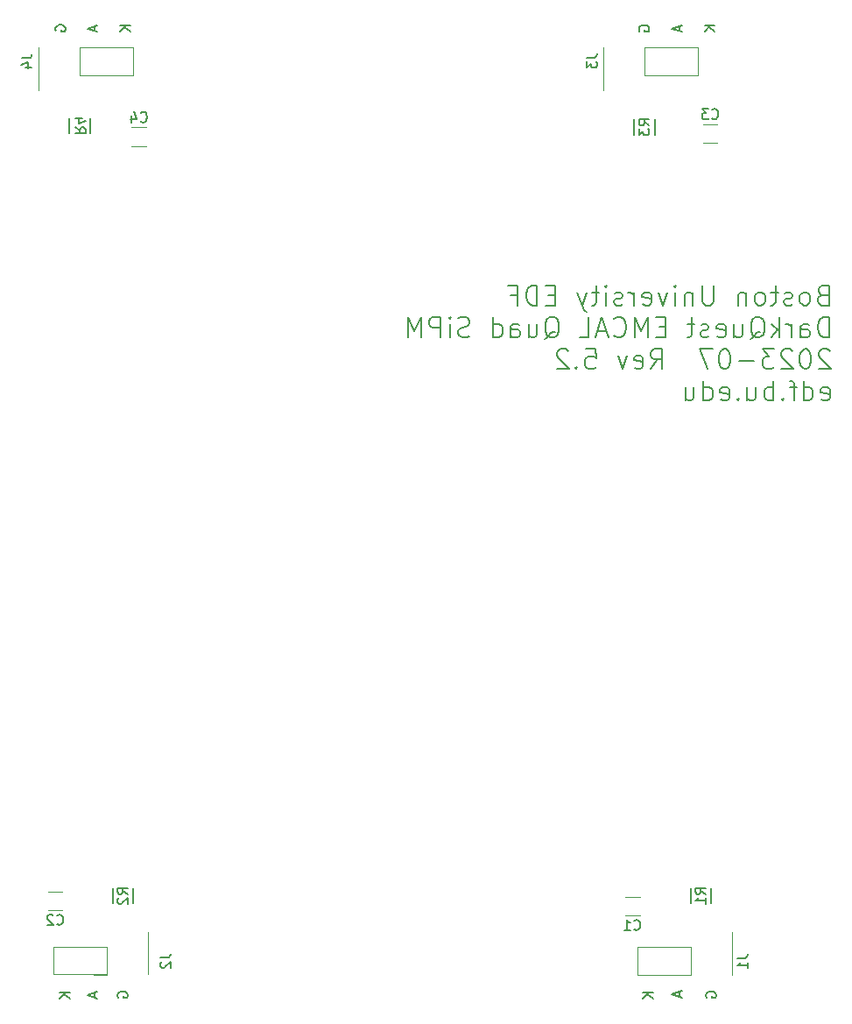
<source format=gbr>
%TF.GenerationSoftware,KiCad,Pcbnew,7.0.5-0*%
%TF.CreationDate,2023-07-05T09:37:03-04:00*%
%TF.ProjectId,quad_sipm,71756164-5f73-4697-906d-2e6b69636164,rev?*%
%TF.SameCoordinates,Original*%
%TF.FileFunction,Legend,Bot*%
%TF.FilePolarity,Positive*%
%FSLAX46Y46*%
G04 Gerber Fmt 4.6, Leading zero omitted, Abs format (unit mm)*
G04 Created by KiCad (PCBNEW 7.0.5-0) date 2023-07-05 09:37:03*
%MOMM*%
%LPD*%
G01*
G04 APERTURE LIST*
%ADD10C,0.150000*%
%ADD11C,0.203200*%
%ADD12C,0.120000*%
%ADD13C,0.152400*%
G04 APERTURE END LIST*
D10*
X124597438Y-53601904D02*
X124549819Y-53506666D01*
X124549819Y-53506666D02*
X124549819Y-53363809D01*
X124549819Y-53363809D02*
X124597438Y-53220952D01*
X124597438Y-53220952D02*
X124692676Y-53125714D01*
X124692676Y-53125714D02*
X124787914Y-53078095D01*
X124787914Y-53078095D02*
X124978390Y-53030476D01*
X124978390Y-53030476D02*
X125121247Y-53030476D01*
X125121247Y-53030476D02*
X125311723Y-53078095D01*
X125311723Y-53078095D02*
X125406961Y-53125714D01*
X125406961Y-53125714D02*
X125502200Y-53220952D01*
X125502200Y-53220952D02*
X125549819Y-53363809D01*
X125549819Y-53363809D02*
X125549819Y-53459047D01*
X125549819Y-53459047D02*
X125502200Y-53601904D01*
X125502200Y-53601904D02*
X125454580Y-53649523D01*
X125454580Y-53649523D02*
X125121247Y-53649523D01*
X125121247Y-53649523D02*
X125121247Y-53459047D01*
X131899819Y-53078095D02*
X130899819Y-53078095D01*
X131899819Y-53649523D02*
X131328390Y-53220952D01*
X130899819Y-53649523D02*
X131471247Y-53078095D01*
X128439104Y-53101905D02*
X128439104Y-53578095D01*
X128724819Y-53006667D02*
X127724819Y-53340000D01*
X127724819Y-53340000D02*
X128724819Y-53673333D01*
X74178438Y-146983220D02*
X74130819Y-146887982D01*
X74130819Y-146887982D02*
X74130819Y-146745125D01*
X74130819Y-146745125D02*
X74178438Y-146602268D01*
X74178438Y-146602268D02*
X74273676Y-146507030D01*
X74273676Y-146507030D02*
X74368914Y-146459411D01*
X74368914Y-146459411D02*
X74559390Y-146411792D01*
X74559390Y-146411792D02*
X74702247Y-146411792D01*
X74702247Y-146411792D02*
X74892723Y-146459411D01*
X74892723Y-146459411D02*
X74987961Y-146507030D01*
X74987961Y-146507030D02*
X75083200Y-146602268D01*
X75083200Y-146602268D02*
X75130819Y-146745125D01*
X75130819Y-146745125D02*
X75130819Y-146840363D01*
X75130819Y-146840363D02*
X75083200Y-146983220D01*
X75083200Y-146983220D02*
X75035580Y-147030839D01*
X75035580Y-147030839D02*
X74702247Y-147030839D01*
X74702247Y-147030839D02*
X74702247Y-146840363D01*
X71924104Y-146554649D02*
X71924104Y-147030839D01*
X72209819Y-146459411D02*
X71209819Y-146792744D01*
X71209819Y-146792744D02*
X72209819Y-147126077D01*
X75384819Y-53078095D02*
X74384819Y-53078095D01*
X75384819Y-53649523D02*
X74813390Y-53220952D01*
X74384819Y-53649523D02*
X74956247Y-53078095D01*
X71924104Y-53101905D02*
X71924104Y-53578095D01*
X72209819Y-53006667D02*
X71209819Y-53340000D01*
X71209819Y-53340000D02*
X72209819Y-53673333D01*
X69542819Y-146550095D02*
X68542819Y-146550095D01*
X69542819Y-147121523D02*
X68971390Y-146692952D01*
X68542819Y-147121523D02*
X69114247Y-146550095D01*
X128439104Y-146446905D02*
X128439104Y-146923095D01*
X128724819Y-146351667D02*
X127724819Y-146685000D01*
X127724819Y-146685000D02*
X128724819Y-147018333D01*
X131074438Y-146983220D02*
X131026819Y-146887982D01*
X131026819Y-146887982D02*
X131026819Y-146745125D01*
X131026819Y-146745125D02*
X131074438Y-146602268D01*
X131074438Y-146602268D02*
X131169676Y-146507030D01*
X131169676Y-146507030D02*
X131264914Y-146459411D01*
X131264914Y-146459411D02*
X131455390Y-146411792D01*
X131455390Y-146411792D02*
X131598247Y-146411792D01*
X131598247Y-146411792D02*
X131788723Y-146459411D01*
X131788723Y-146459411D02*
X131883961Y-146507030D01*
X131883961Y-146507030D02*
X131979200Y-146602268D01*
X131979200Y-146602268D02*
X132026819Y-146745125D01*
X132026819Y-146745125D02*
X132026819Y-146840363D01*
X132026819Y-146840363D02*
X131979200Y-146983220D01*
X131979200Y-146983220D02*
X131931580Y-147030839D01*
X131931580Y-147030839D02*
X131598247Y-147030839D01*
X131598247Y-147030839D02*
X131598247Y-146840363D01*
X125930819Y-146550095D02*
X124930819Y-146550095D01*
X125930819Y-147121523D02*
X125359390Y-146692952D01*
X124930819Y-147121523D02*
X125502247Y-146550095D01*
D11*
X142287744Y-79092290D02*
X142015601Y-79183004D01*
X142015601Y-79183004D02*
X141924887Y-79273718D01*
X141924887Y-79273718D02*
X141834173Y-79455147D01*
X141834173Y-79455147D02*
X141834173Y-79727290D01*
X141834173Y-79727290D02*
X141924887Y-79908718D01*
X141924887Y-79908718D02*
X142015601Y-79999433D01*
X142015601Y-79999433D02*
X142197030Y-80090147D01*
X142197030Y-80090147D02*
X142922744Y-80090147D01*
X142922744Y-80090147D02*
X142922744Y-78185147D01*
X142922744Y-78185147D02*
X142287744Y-78185147D01*
X142287744Y-78185147D02*
X142106316Y-78275861D01*
X142106316Y-78275861D02*
X142015601Y-78366575D01*
X142015601Y-78366575D02*
X141924887Y-78548004D01*
X141924887Y-78548004D02*
X141924887Y-78729433D01*
X141924887Y-78729433D02*
X142015601Y-78910861D01*
X142015601Y-78910861D02*
X142106316Y-79001575D01*
X142106316Y-79001575D02*
X142287744Y-79092290D01*
X142287744Y-79092290D02*
X142922744Y-79092290D01*
X140745601Y-80090147D02*
X140927030Y-79999433D01*
X140927030Y-79999433D02*
X141017744Y-79908718D01*
X141017744Y-79908718D02*
X141108458Y-79727290D01*
X141108458Y-79727290D02*
X141108458Y-79183004D01*
X141108458Y-79183004D02*
X141017744Y-79001575D01*
X141017744Y-79001575D02*
X140927030Y-78910861D01*
X140927030Y-78910861D02*
X140745601Y-78820147D01*
X140745601Y-78820147D02*
X140473458Y-78820147D01*
X140473458Y-78820147D02*
X140292030Y-78910861D01*
X140292030Y-78910861D02*
X140201316Y-79001575D01*
X140201316Y-79001575D02*
X140110601Y-79183004D01*
X140110601Y-79183004D02*
X140110601Y-79727290D01*
X140110601Y-79727290D02*
X140201316Y-79908718D01*
X140201316Y-79908718D02*
X140292030Y-79999433D01*
X140292030Y-79999433D02*
X140473458Y-80090147D01*
X140473458Y-80090147D02*
X140745601Y-80090147D01*
X139384887Y-79999433D02*
X139203459Y-80090147D01*
X139203459Y-80090147D02*
X138840602Y-80090147D01*
X138840602Y-80090147D02*
X138659173Y-79999433D01*
X138659173Y-79999433D02*
X138568459Y-79818004D01*
X138568459Y-79818004D02*
X138568459Y-79727290D01*
X138568459Y-79727290D02*
X138659173Y-79545861D01*
X138659173Y-79545861D02*
X138840602Y-79455147D01*
X138840602Y-79455147D02*
X139112745Y-79455147D01*
X139112745Y-79455147D02*
X139294173Y-79364433D01*
X139294173Y-79364433D02*
X139384887Y-79183004D01*
X139384887Y-79183004D02*
X139384887Y-79092290D01*
X139384887Y-79092290D02*
X139294173Y-78910861D01*
X139294173Y-78910861D02*
X139112745Y-78820147D01*
X139112745Y-78820147D02*
X138840602Y-78820147D01*
X138840602Y-78820147D02*
X138659173Y-78910861D01*
X138024173Y-78820147D02*
X137298459Y-78820147D01*
X137752030Y-78185147D02*
X137752030Y-79818004D01*
X137752030Y-79818004D02*
X137661316Y-79999433D01*
X137661316Y-79999433D02*
X137479887Y-80090147D01*
X137479887Y-80090147D02*
X137298459Y-80090147D01*
X136391316Y-80090147D02*
X136572745Y-79999433D01*
X136572745Y-79999433D02*
X136663459Y-79908718D01*
X136663459Y-79908718D02*
X136754173Y-79727290D01*
X136754173Y-79727290D02*
X136754173Y-79183004D01*
X136754173Y-79183004D02*
X136663459Y-79001575D01*
X136663459Y-79001575D02*
X136572745Y-78910861D01*
X136572745Y-78910861D02*
X136391316Y-78820147D01*
X136391316Y-78820147D02*
X136119173Y-78820147D01*
X136119173Y-78820147D02*
X135937745Y-78910861D01*
X135937745Y-78910861D02*
X135847031Y-79001575D01*
X135847031Y-79001575D02*
X135756316Y-79183004D01*
X135756316Y-79183004D02*
X135756316Y-79727290D01*
X135756316Y-79727290D02*
X135847031Y-79908718D01*
X135847031Y-79908718D02*
X135937745Y-79999433D01*
X135937745Y-79999433D02*
X136119173Y-80090147D01*
X136119173Y-80090147D02*
X136391316Y-80090147D01*
X134939888Y-78820147D02*
X134939888Y-80090147D01*
X134939888Y-79001575D02*
X134849174Y-78910861D01*
X134849174Y-78910861D02*
X134667745Y-78820147D01*
X134667745Y-78820147D02*
X134395602Y-78820147D01*
X134395602Y-78820147D02*
X134214174Y-78910861D01*
X134214174Y-78910861D02*
X134123460Y-79092290D01*
X134123460Y-79092290D02*
X134123460Y-80090147D01*
X131764888Y-78185147D02*
X131764888Y-79727290D01*
X131764888Y-79727290D02*
X131674174Y-79908718D01*
X131674174Y-79908718D02*
X131583460Y-79999433D01*
X131583460Y-79999433D02*
X131402031Y-80090147D01*
X131402031Y-80090147D02*
X131039174Y-80090147D01*
X131039174Y-80090147D02*
X130857745Y-79999433D01*
X130857745Y-79999433D02*
X130767031Y-79908718D01*
X130767031Y-79908718D02*
X130676317Y-79727290D01*
X130676317Y-79727290D02*
X130676317Y-78185147D01*
X129769174Y-78820147D02*
X129769174Y-80090147D01*
X129769174Y-79001575D02*
X129678460Y-78910861D01*
X129678460Y-78910861D02*
X129497031Y-78820147D01*
X129497031Y-78820147D02*
X129224888Y-78820147D01*
X129224888Y-78820147D02*
X129043460Y-78910861D01*
X129043460Y-78910861D02*
X128952746Y-79092290D01*
X128952746Y-79092290D02*
X128952746Y-80090147D01*
X128045603Y-80090147D02*
X128045603Y-78820147D01*
X128045603Y-78185147D02*
X128136317Y-78275861D01*
X128136317Y-78275861D02*
X128045603Y-78366575D01*
X128045603Y-78366575D02*
X127954889Y-78275861D01*
X127954889Y-78275861D02*
X128045603Y-78185147D01*
X128045603Y-78185147D02*
X128045603Y-78366575D01*
X127319889Y-78820147D02*
X126866317Y-80090147D01*
X126866317Y-80090147D02*
X126412746Y-78820147D01*
X124961317Y-79999433D02*
X125142745Y-80090147D01*
X125142745Y-80090147D02*
X125505603Y-80090147D01*
X125505603Y-80090147D02*
X125687031Y-79999433D01*
X125687031Y-79999433D02*
X125777745Y-79818004D01*
X125777745Y-79818004D02*
X125777745Y-79092290D01*
X125777745Y-79092290D02*
X125687031Y-78910861D01*
X125687031Y-78910861D02*
X125505603Y-78820147D01*
X125505603Y-78820147D02*
X125142745Y-78820147D01*
X125142745Y-78820147D02*
X124961317Y-78910861D01*
X124961317Y-78910861D02*
X124870603Y-79092290D01*
X124870603Y-79092290D02*
X124870603Y-79273718D01*
X124870603Y-79273718D02*
X125777745Y-79455147D01*
X124054174Y-80090147D02*
X124054174Y-78820147D01*
X124054174Y-79183004D02*
X123963460Y-79001575D01*
X123963460Y-79001575D02*
X123872746Y-78910861D01*
X123872746Y-78910861D02*
X123691317Y-78820147D01*
X123691317Y-78820147D02*
X123509888Y-78820147D01*
X122965602Y-79999433D02*
X122784174Y-80090147D01*
X122784174Y-80090147D02*
X122421317Y-80090147D01*
X122421317Y-80090147D02*
X122239888Y-79999433D01*
X122239888Y-79999433D02*
X122149174Y-79818004D01*
X122149174Y-79818004D02*
X122149174Y-79727290D01*
X122149174Y-79727290D02*
X122239888Y-79545861D01*
X122239888Y-79545861D02*
X122421317Y-79455147D01*
X122421317Y-79455147D02*
X122693460Y-79455147D01*
X122693460Y-79455147D02*
X122874888Y-79364433D01*
X122874888Y-79364433D02*
X122965602Y-79183004D01*
X122965602Y-79183004D02*
X122965602Y-79092290D01*
X122965602Y-79092290D02*
X122874888Y-78910861D01*
X122874888Y-78910861D02*
X122693460Y-78820147D01*
X122693460Y-78820147D02*
X122421317Y-78820147D01*
X122421317Y-78820147D02*
X122239888Y-78910861D01*
X121332745Y-80090147D02*
X121332745Y-78820147D01*
X121332745Y-78185147D02*
X121423459Y-78275861D01*
X121423459Y-78275861D02*
X121332745Y-78366575D01*
X121332745Y-78366575D02*
X121242031Y-78275861D01*
X121242031Y-78275861D02*
X121332745Y-78185147D01*
X121332745Y-78185147D02*
X121332745Y-78366575D01*
X120697745Y-78820147D02*
X119972031Y-78820147D01*
X120425602Y-78185147D02*
X120425602Y-79818004D01*
X120425602Y-79818004D02*
X120334888Y-79999433D01*
X120334888Y-79999433D02*
X120153459Y-80090147D01*
X120153459Y-80090147D02*
X119972031Y-80090147D01*
X119518460Y-78820147D02*
X119064888Y-80090147D01*
X118611317Y-78820147D02*
X119064888Y-80090147D01*
X119064888Y-80090147D02*
X119246317Y-80543718D01*
X119246317Y-80543718D02*
X119337031Y-80634433D01*
X119337031Y-80634433D02*
X119518460Y-80725147D01*
X116434173Y-79092290D02*
X115799173Y-79092290D01*
X115527030Y-80090147D02*
X116434173Y-80090147D01*
X116434173Y-80090147D02*
X116434173Y-78185147D01*
X116434173Y-78185147D02*
X115527030Y-78185147D01*
X114710602Y-80090147D02*
X114710602Y-78185147D01*
X114710602Y-78185147D02*
X114257031Y-78185147D01*
X114257031Y-78185147D02*
X113984888Y-78275861D01*
X113984888Y-78275861D02*
X113803459Y-78457290D01*
X113803459Y-78457290D02*
X113712745Y-78638718D01*
X113712745Y-78638718D02*
X113622031Y-79001575D01*
X113622031Y-79001575D02*
X113622031Y-79273718D01*
X113622031Y-79273718D02*
X113712745Y-79636575D01*
X113712745Y-79636575D02*
X113803459Y-79818004D01*
X113803459Y-79818004D02*
X113984888Y-79999433D01*
X113984888Y-79999433D02*
X114257031Y-80090147D01*
X114257031Y-80090147D02*
X114710602Y-80090147D01*
X112170602Y-79092290D02*
X112805602Y-79092290D01*
X112805602Y-80090147D02*
X112805602Y-78185147D01*
X112805602Y-78185147D02*
X111898459Y-78185147D01*
X142922744Y-83157197D02*
X142922744Y-81252197D01*
X142922744Y-81252197D02*
X142469173Y-81252197D01*
X142469173Y-81252197D02*
X142197030Y-81342911D01*
X142197030Y-81342911D02*
X142015601Y-81524340D01*
X142015601Y-81524340D02*
X141924887Y-81705768D01*
X141924887Y-81705768D02*
X141834173Y-82068625D01*
X141834173Y-82068625D02*
X141834173Y-82340768D01*
X141834173Y-82340768D02*
X141924887Y-82703625D01*
X141924887Y-82703625D02*
X142015601Y-82885054D01*
X142015601Y-82885054D02*
X142197030Y-83066483D01*
X142197030Y-83066483D02*
X142469173Y-83157197D01*
X142469173Y-83157197D02*
X142922744Y-83157197D01*
X140201316Y-83157197D02*
X140201316Y-82159340D01*
X140201316Y-82159340D02*
X140292030Y-81977911D01*
X140292030Y-81977911D02*
X140473458Y-81887197D01*
X140473458Y-81887197D02*
X140836316Y-81887197D01*
X140836316Y-81887197D02*
X141017744Y-81977911D01*
X140201316Y-83066483D02*
X140382744Y-83157197D01*
X140382744Y-83157197D02*
X140836316Y-83157197D01*
X140836316Y-83157197D02*
X141017744Y-83066483D01*
X141017744Y-83066483D02*
X141108458Y-82885054D01*
X141108458Y-82885054D02*
X141108458Y-82703625D01*
X141108458Y-82703625D02*
X141017744Y-82522197D01*
X141017744Y-82522197D02*
X140836316Y-82431483D01*
X140836316Y-82431483D02*
X140382744Y-82431483D01*
X140382744Y-82431483D02*
X140201316Y-82340768D01*
X139294173Y-83157197D02*
X139294173Y-81887197D01*
X139294173Y-82250054D02*
X139203459Y-82068625D01*
X139203459Y-82068625D02*
X139112745Y-81977911D01*
X139112745Y-81977911D02*
X138931316Y-81887197D01*
X138931316Y-81887197D02*
X138749887Y-81887197D01*
X138114887Y-83157197D02*
X138114887Y-81252197D01*
X137933459Y-82431483D02*
X137389173Y-83157197D01*
X137389173Y-81887197D02*
X138114887Y-82612911D01*
X135302744Y-83338625D02*
X135484173Y-83247911D01*
X135484173Y-83247911D02*
X135665601Y-83066483D01*
X135665601Y-83066483D02*
X135937744Y-82794340D01*
X135937744Y-82794340D02*
X136119173Y-82703625D01*
X136119173Y-82703625D02*
X136300601Y-82703625D01*
X136209887Y-83157197D02*
X136391316Y-83066483D01*
X136391316Y-83066483D02*
X136572744Y-82885054D01*
X136572744Y-82885054D02*
X136663458Y-82522197D01*
X136663458Y-82522197D02*
X136663458Y-81887197D01*
X136663458Y-81887197D02*
X136572744Y-81524340D01*
X136572744Y-81524340D02*
X136391316Y-81342911D01*
X136391316Y-81342911D02*
X136209887Y-81252197D01*
X136209887Y-81252197D02*
X135847030Y-81252197D01*
X135847030Y-81252197D02*
X135665601Y-81342911D01*
X135665601Y-81342911D02*
X135484173Y-81524340D01*
X135484173Y-81524340D02*
X135393458Y-81887197D01*
X135393458Y-81887197D02*
X135393458Y-82522197D01*
X135393458Y-82522197D02*
X135484173Y-82885054D01*
X135484173Y-82885054D02*
X135665601Y-83066483D01*
X135665601Y-83066483D02*
X135847030Y-83157197D01*
X135847030Y-83157197D02*
X136209887Y-83157197D01*
X133760602Y-81887197D02*
X133760602Y-83157197D01*
X134577030Y-81887197D02*
X134577030Y-82885054D01*
X134577030Y-82885054D02*
X134486316Y-83066483D01*
X134486316Y-83066483D02*
X134304887Y-83157197D01*
X134304887Y-83157197D02*
X134032744Y-83157197D01*
X134032744Y-83157197D02*
X133851316Y-83066483D01*
X133851316Y-83066483D02*
X133760602Y-82975768D01*
X132127745Y-83066483D02*
X132309173Y-83157197D01*
X132309173Y-83157197D02*
X132672031Y-83157197D01*
X132672031Y-83157197D02*
X132853459Y-83066483D01*
X132853459Y-83066483D02*
X132944173Y-82885054D01*
X132944173Y-82885054D02*
X132944173Y-82159340D01*
X132944173Y-82159340D02*
X132853459Y-81977911D01*
X132853459Y-81977911D02*
X132672031Y-81887197D01*
X132672031Y-81887197D02*
X132309173Y-81887197D01*
X132309173Y-81887197D02*
X132127745Y-81977911D01*
X132127745Y-81977911D02*
X132037031Y-82159340D01*
X132037031Y-82159340D02*
X132037031Y-82340768D01*
X132037031Y-82340768D02*
X132944173Y-82522197D01*
X131311316Y-83066483D02*
X131129888Y-83157197D01*
X131129888Y-83157197D02*
X130767031Y-83157197D01*
X130767031Y-83157197D02*
X130585602Y-83066483D01*
X130585602Y-83066483D02*
X130494888Y-82885054D01*
X130494888Y-82885054D02*
X130494888Y-82794340D01*
X130494888Y-82794340D02*
X130585602Y-82612911D01*
X130585602Y-82612911D02*
X130767031Y-82522197D01*
X130767031Y-82522197D02*
X131039174Y-82522197D01*
X131039174Y-82522197D02*
X131220602Y-82431483D01*
X131220602Y-82431483D02*
X131311316Y-82250054D01*
X131311316Y-82250054D02*
X131311316Y-82159340D01*
X131311316Y-82159340D02*
X131220602Y-81977911D01*
X131220602Y-81977911D02*
X131039174Y-81887197D01*
X131039174Y-81887197D02*
X130767031Y-81887197D01*
X130767031Y-81887197D02*
X130585602Y-81977911D01*
X129950602Y-81887197D02*
X129224888Y-81887197D01*
X129678459Y-81252197D02*
X129678459Y-82885054D01*
X129678459Y-82885054D02*
X129587745Y-83066483D01*
X129587745Y-83066483D02*
X129406316Y-83157197D01*
X129406316Y-83157197D02*
X129224888Y-83157197D01*
X127138459Y-82159340D02*
X126503459Y-82159340D01*
X126231316Y-83157197D02*
X127138459Y-83157197D01*
X127138459Y-83157197D02*
X127138459Y-81252197D01*
X127138459Y-81252197D02*
X126231316Y-81252197D01*
X125414888Y-83157197D02*
X125414888Y-81252197D01*
X125414888Y-81252197D02*
X124779888Y-82612911D01*
X124779888Y-82612911D02*
X124144888Y-81252197D01*
X124144888Y-81252197D02*
X124144888Y-83157197D01*
X122149174Y-82975768D02*
X122239888Y-83066483D01*
X122239888Y-83066483D02*
X122512031Y-83157197D01*
X122512031Y-83157197D02*
X122693459Y-83157197D01*
X122693459Y-83157197D02*
X122965602Y-83066483D01*
X122965602Y-83066483D02*
X123147031Y-82885054D01*
X123147031Y-82885054D02*
X123237745Y-82703625D01*
X123237745Y-82703625D02*
X123328459Y-82340768D01*
X123328459Y-82340768D02*
X123328459Y-82068625D01*
X123328459Y-82068625D02*
X123237745Y-81705768D01*
X123237745Y-81705768D02*
X123147031Y-81524340D01*
X123147031Y-81524340D02*
X122965602Y-81342911D01*
X122965602Y-81342911D02*
X122693459Y-81252197D01*
X122693459Y-81252197D02*
X122512031Y-81252197D01*
X122512031Y-81252197D02*
X122239888Y-81342911D01*
X122239888Y-81342911D02*
X122149174Y-81433625D01*
X121423459Y-82612911D02*
X120516317Y-82612911D01*
X121604888Y-83157197D02*
X120969888Y-81252197D01*
X120969888Y-81252197D02*
X120334888Y-83157197D01*
X118792745Y-83157197D02*
X119699888Y-83157197D01*
X119699888Y-83157197D02*
X119699888Y-81252197D01*
X115436316Y-83338625D02*
X115617745Y-83247911D01*
X115617745Y-83247911D02*
X115799173Y-83066483D01*
X115799173Y-83066483D02*
X116071316Y-82794340D01*
X116071316Y-82794340D02*
X116252745Y-82703625D01*
X116252745Y-82703625D02*
X116434173Y-82703625D01*
X116343459Y-83157197D02*
X116524888Y-83066483D01*
X116524888Y-83066483D02*
X116706316Y-82885054D01*
X116706316Y-82885054D02*
X116797030Y-82522197D01*
X116797030Y-82522197D02*
X116797030Y-81887197D01*
X116797030Y-81887197D02*
X116706316Y-81524340D01*
X116706316Y-81524340D02*
X116524888Y-81342911D01*
X116524888Y-81342911D02*
X116343459Y-81252197D01*
X116343459Y-81252197D02*
X115980602Y-81252197D01*
X115980602Y-81252197D02*
X115799173Y-81342911D01*
X115799173Y-81342911D02*
X115617745Y-81524340D01*
X115617745Y-81524340D02*
X115527030Y-81887197D01*
X115527030Y-81887197D02*
X115527030Y-82522197D01*
X115527030Y-82522197D02*
X115617745Y-82885054D01*
X115617745Y-82885054D02*
X115799173Y-83066483D01*
X115799173Y-83066483D02*
X115980602Y-83157197D01*
X115980602Y-83157197D02*
X116343459Y-83157197D01*
X113894174Y-81887197D02*
X113894174Y-83157197D01*
X114710602Y-81887197D02*
X114710602Y-82885054D01*
X114710602Y-82885054D02*
X114619888Y-83066483D01*
X114619888Y-83066483D02*
X114438459Y-83157197D01*
X114438459Y-83157197D02*
X114166316Y-83157197D01*
X114166316Y-83157197D02*
X113984888Y-83066483D01*
X113984888Y-83066483D02*
X113894174Y-82975768D01*
X112170603Y-83157197D02*
X112170603Y-82159340D01*
X112170603Y-82159340D02*
X112261317Y-81977911D01*
X112261317Y-81977911D02*
X112442745Y-81887197D01*
X112442745Y-81887197D02*
X112805603Y-81887197D01*
X112805603Y-81887197D02*
X112987031Y-81977911D01*
X112170603Y-83066483D02*
X112352031Y-83157197D01*
X112352031Y-83157197D02*
X112805603Y-83157197D01*
X112805603Y-83157197D02*
X112987031Y-83066483D01*
X112987031Y-83066483D02*
X113077745Y-82885054D01*
X113077745Y-82885054D02*
X113077745Y-82703625D01*
X113077745Y-82703625D02*
X112987031Y-82522197D01*
X112987031Y-82522197D02*
X112805603Y-82431483D01*
X112805603Y-82431483D02*
X112352031Y-82431483D01*
X112352031Y-82431483D02*
X112170603Y-82340768D01*
X110447032Y-83157197D02*
X110447032Y-81252197D01*
X110447032Y-83066483D02*
X110628460Y-83157197D01*
X110628460Y-83157197D02*
X110991317Y-83157197D01*
X110991317Y-83157197D02*
X111172746Y-83066483D01*
X111172746Y-83066483D02*
X111263460Y-82975768D01*
X111263460Y-82975768D02*
X111354174Y-82794340D01*
X111354174Y-82794340D02*
X111354174Y-82250054D01*
X111354174Y-82250054D02*
X111263460Y-82068625D01*
X111263460Y-82068625D02*
X111172746Y-81977911D01*
X111172746Y-81977911D02*
X110991317Y-81887197D01*
X110991317Y-81887197D02*
X110628460Y-81887197D01*
X110628460Y-81887197D02*
X110447032Y-81977911D01*
X108179174Y-83066483D02*
X107907032Y-83157197D01*
X107907032Y-83157197D02*
X107453460Y-83157197D01*
X107453460Y-83157197D02*
X107272032Y-83066483D01*
X107272032Y-83066483D02*
X107181317Y-82975768D01*
X107181317Y-82975768D02*
X107090603Y-82794340D01*
X107090603Y-82794340D02*
X107090603Y-82612911D01*
X107090603Y-82612911D02*
X107181317Y-82431483D01*
X107181317Y-82431483D02*
X107272032Y-82340768D01*
X107272032Y-82340768D02*
X107453460Y-82250054D01*
X107453460Y-82250054D02*
X107816317Y-82159340D01*
X107816317Y-82159340D02*
X107997746Y-82068625D01*
X107997746Y-82068625D02*
X108088460Y-81977911D01*
X108088460Y-81977911D02*
X108179174Y-81796483D01*
X108179174Y-81796483D02*
X108179174Y-81615054D01*
X108179174Y-81615054D02*
X108088460Y-81433625D01*
X108088460Y-81433625D02*
X107997746Y-81342911D01*
X107997746Y-81342911D02*
X107816317Y-81252197D01*
X107816317Y-81252197D02*
X107362746Y-81252197D01*
X107362746Y-81252197D02*
X107090603Y-81342911D01*
X106274174Y-83157197D02*
X106274174Y-81887197D01*
X106274174Y-81252197D02*
X106364888Y-81342911D01*
X106364888Y-81342911D02*
X106274174Y-81433625D01*
X106274174Y-81433625D02*
X106183460Y-81342911D01*
X106183460Y-81342911D02*
X106274174Y-81252197D01*
X106274174Y-81252197D02*
X106274174Y-81433625D01*
X105367031Y-83157197D02*
X105367031Y-81252197D01*
X105367031Y-81252197D02*
X104641317Y-81252197D01*
X104641317Y-81252197D02*
X104459888Y-81342911D01*
X104459888Y-81342911D02*
X104369174Y-81433625D01*
X104369174Y-81433625D02*
X104278460Y-81615054D01*
X104278460Y-81615054D02*
X104278460Y-81887197D01*
X104278460Y-81887197D02*
X104369174Y-82068625D01*
X104369174Y-82068625D02*
X104459888Y-82159340D01*
X104459888Y-82159340D02*
X104641317Y-82250054D01*
X104641317Y-82250054D02*
X105367031Y-82250054D01*
X103462031Y-83157197D02*
X103462031Y-81252197D01*
X103462031Y-81252197D02*
X102827031Y-82612911D01*
X102827031Y-82612911D02*
X102192031Y-81252197D01*
X102192031Y-81252197D02*
X102192031Y-83157197D01*
X143013458Y-84500675D02*
X142922744Y-84409961D01*
X142922744Y-84409961D02*
X142741316Y-84319247D01*
X142741316Y-84319247D02*
X142287744Y-84319247D01*
X142287744Y-84319247D02*
X142106316Y-84409961D01*
X142106316Y-84409961D02*
X142015601Y-84500675D01*
X142015601Y-84500675D02*
X141924887Y-84682104D01*
X141924887Y-84682104D02*
X141924887Y-84863533D01*
X141924887Y-84863533D02*
X142015601Y-85135675D01*
X142015601Y-85135675D02*
X143104173Y-86224247D01*
X143104173Y-86224247D02*
X141924887Y-86224247D01*
X140745601Y-84319247D02*
X140564172Y-84319247D01*
X140564172Y-84319247D02*
X140382744Y-84409961D01*
X140382744Y-84409961D02*
X140292030Y-84500675D01*
X140292030Y-84500675D02*
X140201315Y-84682104D01*
X140201315Y-84682104D02*
X140110601Y-85044961D01*
X140110601Y-85044961D02*
X140110601Y-85498533D01*
X140110601Y-85498533D02*
X140201315Y-85861390D01*
X140201315Y-85861390D02*
X140292030Y-86042818D01*
X140292030Y-86042818D02*
X140382744Y-86133533D01*
X140382744Y-86133533D02*
X140564172Y-86224247D01*
X140564172Y-86224247D02*
X140745601Y-86224247D01*
X140745601Y-86224247D02*
X140927030Y-86133533D01*
X140927030Y-86133533D02*
X141017744Y-86042818D01*
X141017744Y-86042818D02*
X141108458Y-85861390D01*
X141108458Y-85861390D02*
X141199172Y-85498533D01*
X141199172Y-85498533D02*
X141199172Y-85044961D01*
X141199172Y-85044961D02*
X141108458Y-84682104D01*
X141108458Y-84682104D02*
X141017744Y-84500675D01*
X141017744Y-84500675D02*
X140927030Y-84409961D01*
X140927030Y-84409961D02*
X140745601Y-84319247D01*
X139384886Y-84500675D02*
X139294172Y-84409961D01*
X139294172Y-84409961D02*
X139112744Y-84319247D01*
X139112744Y-84319247D02*
X138659172Y-84319247D01*
X138659172Y-84319247D02*
X138477744Y-84409961D01*
X138477744Y-84409961D02*
X138387029Y-84500675D01*
X138387029Y-84500675D02*
X138296315Y-84682104D01*
X138296315Y-84682104D02*
X138296315Y-84863533D01*
X138296315Y-84863533D02*
X138387029Y-85135675D01*
X138387029Y-85135675D02*
X139475601Y-86224247D01*
X139475601Y-86224247D02*
X138296315Y-86224247D01*
X137661315Y-84319247D02*
X136482029Y-84319247D01*
X136482029Y-84319247D02*
X137117029Y-85044961D01*
X137117029Y-85044961D02*
X136844886Y-85044961D01*
X136844886Y-85044961D02*
X136663458Y-85135675D01*
X136663458Y-85135675D02*
X136572743Y-85226390D01*
X136572743Y-85226390D02*
X136482029Y-85407818D01*
X136482029Y-85407818D02*
X136482029Y-85861390D01*
X136482029Y-85861390D02*
X136572743Y-86042818D01*
X136572743Y-86042818D02*
X136663458Y-86133533D01*
X136663458Y-86133533D02*
X136844886Y-86224247D01*
X136844886Y-86224247D02*
X137389172Y-86224247D01*
X137389172Y-86224247D02*
X137570600Y-86133533D01*
X137570600Y-86133533D02*
X137661315Y-86042818D01*
X135665600Y-85498533D02*
X134214172Y-85498533D01*
X132944172Y-84319247D02*
X132762743Y-84319247D01*
X132762743Y-84319247D02*
X132581315Y-84409961D01*
X132581315Y-84409961D02*
X132490601Y-84500675D01*
X132490601Y-84500675D02*
X132399886Y-84682104D01*
X132399886Y-84682104D02*
X132309172Y-85044961D01*
X132309172Y-85044961D02*
X132309172Y-85498533D01*
X132309172Y-85498533D02*
X132399886Y-85861390D01*
X132399886Y-85861390D02*
X132490601Y-86042818D01*
X132490601Y-86042818D02*
X132581315Y-86133533D01*
X132581315Y-86133533D02*
X132762743Y-86224247D01*
X132762743Y-86224247D02*
X132944172Y-86224247D01*
X132944172Y-86224247D02*
X133125601Y-86133533D01*
X133125601Y-86133533D02*
X133216315Y-86042818D01*
X133216315Y-86042818D02*
X133307029Y-85861390D01*
X133307029Y-85861390D02*
X133397743Y-85498533D01*
X133397743Y-85498533D02*
X133397743Y-85044961D01*
X133397743Y-85044961D02*
X133307029Y-84682104D01*
X133307029Y-84682104D02*
X133216315Y-84500675D01*
X133216315Y-84500675D02*
X133125601Y-84409961D01*
X133125601Y-84409961D02*
X132944172Y-84319247D01*
X131674172Y-84319247D02*
X130404172Y-84319247D01*
X130404172Y-84319247D02*
X131220600Y-86224247D01*
X125687028Y-86224247D02*
X126322028Y-85317104D01*
X126775599Y-86224247D02*
X126775599Y-84319247D01*
X126775599Y-84319247D02*
X126049885Y-84319247D01*
X126049885Y-84319247D02*
X125868456Y-84409961D01*
X125868456Y-84409961D02*
X125777742Y-84500675D01*
X125777742Y-84500675D02*
X125687028Y-84682104D01*
X125687028Y-84682104D02*
X125687028Y-84954247D01*
X125687028Y-84954247D02*
X125777742Y-85135675D01*
X125777742Y-85135675D02*
X125868456Y-85226390D01*
X125868456Y-85226390D02*
X126049885Y-85317104D01*
X126049885Y-85317104D02*
X126775599Y-85317104D01*
X124144885Y-86133533D02*
X124326313Y-86224247D01*
X124326313Y-86224247D02*
X124689171Y-86224247D01*
X124689171Y-86224247D02*
X124870599Y-86133533D01*
X124870599Y-86133533D02*
X124961313Y-85952104D01*
X124961313Y-85952104D02*
X124961313Y-85226390D01*
X124961313Y-85226390D02*
X124870599Y-85044961D01*
X124870599Y-85044961D02*
X124689171Y-84954247D01*
X124689171Y-84954247D02*
X124326313Y-84954247D01*
X124326313Y-84954247D02*
X124144885Y-85044961D01*
X124144885Y-85044961D02*
X124054171Y-85226390D01*
X124054171Y-85226390D02*
X124054171Y-85407818D01*
X124054171Y-85407818D02*
X124961313Y-85589247D01*
X123419171Y-84954247D02*
X122965599Y-86224247D01*
X122965599Y-86224247D02*
X122512028Y-84954247D01*
X119427741Y-84319247D02*
X120334884Y-84319247D01*
X120334884Y-84319247D02*
X120425598Y-85226390D01*
X120425598Y-85226390D02*
X120334884Y-85135675D01*
X120334884Y-85135675D02*
X120153456Y-85044961D01*
X120153456Y-85044961D02*
X119699884Y-85044961D01*
X119699884Y-85044961D02*
X119518456Y-85135675D01*
X119518456Y-85135675D02*
X119427741Y-85226390D01*
X119427741Y-85226390D02*
X119337027Y-85407818D01*
X119337027Y-85407818D02*
X119337027Y-85861390D01*
X119337027Y-85861390D02*
X119427741Y-86042818D01*
X119427741Y-86042818D02*
X119518456Y-86133533D01*
X119518456Y-86133533D02*
X119699884Y-86224247D01*
X119699884Y-86224247D02*
X120153456Y-86224247D01*
X120153456Y-86224247D02*
X120334884Y-86133533D01*
X120334884Y-86133533D02*
X120425598Y-86042818D01*
X118520598Y-86042818D02*
X118429884Y-86133533D01*
X118429884Y-86133533D02*
X118520598Y-86224247D01*
X118520598Y-86224247D02*
X118611312Y-86133533D01*
X118611312Y-86133533D02*
X118520598Y-86042818D01*
X118520598Y-86042818D02*
X118520598Y-86224247D01*
X117704169Y-84500675D02*
X117613455Y-84409961D01*
X117613455Y-84409961D02*
X117432027Y-84319247D01*
X117432027Y-84319247D02*
X116978455Y-84319247D01*
X116978455Y-84319247D02*
X116797027Y-84409961D01*
X116797027Y-84409961D02*
X116706312Y-84500675D01*
X116706312Y-84500675D02*
X116615598Y-84682104D01*
X116615598Y-84682104D02*
X116615598Y-84863533D01*
X116615598Y-84863533D02*
X116706312Y-85135675D01*
X116706312Y-85135675D02*
X117794884Y-86224247D01*
X117794884Y-86224247D02*
X116615598Y-86224247D01*
X142197030Y-89200583D02*
X142378458Y-89291297D01*
X142378458Y-89291297D02*
X142741316Y-89291297D01*
X142741316Y-89291297D02*
X142922744Y-89200583D01*
X142922744Y-89200583D02*
X143013458Y-89019154D01*
X143013458Y-89019154D02*
X143013458Y-88293440D01*
X143013458Y-88293440D02*
X142922744Y-88112011D01*
X142922744Y-88112011D02*
X142741316Y-88021297D01*
X142741316Y-88021297D02*
X142378458Y-88021297D01*
X142378458Y-88021297D02*
X142197030Y-88112011D01*
X142197030Y-88112011D02*
X142106316Y-88293440D01*
X142106316Y-88293440D02*
X142106316Y-88474868D01*
X142106316Y-88474868D02*
X143013458Y-88656297D01*
X140473459Y-89291297D02*
X140473459Y-87386297D01*
X140473459Y-89200583D02*
X140654887Y-89291297D01*
X140654887Y-89291297D02*
X141017744Y-89291297D01*
X141017744Y-89291297D02*
X141199173Y-89200583D01*
X141199173Y-89200583D02*
X141289887Y-89109868D01*
X141289887Y-89109868D02*
X141380601Y-88928440D01*
X141380601Y-88928440D02*
X141380601Y-88384154D01*
X141380601Y-88384154D02*
X141289887Y-88202725D01*
X141289887Y-88202725D02*
X141199173Y-88112011D01*
X141199173Y-88112011D02*
X141017744Y-88021297D01*
X141017744Y-88021297D02*
X140654887Y-88021297D01*
X140654887Y-88021297D02*
X140473459Y-88112011D01*
X139838459Y-88021297D02*
X139112745Y-88021297D01*
X139566316Y-89291297D02*
X139566316Y-87658440D01*
X139566316Y-87658440D02*
X139475602Y-87477011D01*
X139475602Y-87477011D02*
X139294173Y-87386297D01*
X139294173Y-87386297D02*
X139112745Y-87386297D01*
X138477745Y-89109868D02*
X138387031Y-89200583D01*
X138387031Y-89200583D02*
X138477745Y-89291297D01*
X138477745Y-89291297D02*
X138568459Y-89200583D01*
X138568459Y-89200583D02*
X138477745Y-89109868D01*
X138477745Y-89109868D02*
X138477745Y-89291297D01*
X137570602Y-89291297D02*
X137570602Y-87386297D01*
X137570602Y-88112011D02*
X137389174Y-88021297D01*
X137389174Y-88021297D02*
X137026316Y-88021297D01*
X137026316Y-88021297D02*
X136844888Y-88112011D01*
X136844888Y-88112011D02*
X136754174Y-88202725D01*
X136754174Y-88202725D02*
X136663459Y-88384154D01*
X136663459Y-88384154D02*
X136663459Y-88928440D01*
X136663459Y-88928440D02*
X136754174Y-89109868D01*
X136754174Y-89109868D02*
X136844888Y-89200583D01*
X136844888Y-89200583D02*
X137026316Y-89291297D01*
X137026316Y-89291297D02*
X137389174Y-89291297D01*
X137389174Y-89291297D02*
X137570602Y-89200583D01*
X135030603Y-88021297D02*
X135030603Y-89291297D01*
X135847031Y-88021297D02*
X135847031Y-89019154D01*
X135847031Y-89019154D02*
X135756317Y-89200583D01*
X135756317Y-89200583D02*
X135574888Y-89291297D01*
X135574888Y-89291297D02*
X135302745Y-89291297D01*
X135302745Y-89291297D02*
X135121317Y-89200583D01*
X135121317Y-89200583D02*
X135030603Y-89109868D01*
X134123460Y-89109868D02*
X134032746Y-89200583D01*
X134032746Y-89200583D02*
X134123460Y-89291297D01*
X134123460Y-89291297D02*
X134214174Y-89200583D01*
X134214174Y-89200583D02*
X134123460Y-89109868D01*
X134123460Y-89109868D02*
X134123460Y-89291297D01*
X132490603Y-89200583D02*
X132672031Y-89291297D01*
X132672031Y-89291297D02*
X133034889Y-89291297D01*
X133034889Y-89291297D02*
X133216317Y-89200583D01*
X133216317Y-89200583D02*
X133307031Y-89019154D01*
X133307031Y-89019154D02*
X133307031Y-88293440D01*
X133307031Y-88293440D02*
X133216317Y-88112011D01*
X133216317Y-88112011D02*
X133034889Y-88021297D01*
X133034889Y-88021297D02*
X132672031Y-88021297D01*
X132672031Y-88021297D02*
X132490603Y-88112011D01*
X132490603Y-88112011D02*
X132399889Y-88293440D01*
X132399889Y-88293440D02*
X132399889Y-88474868D01*
X132399889Y-88474868D02*
X133307031Y-88656297D01*
X130767032Y-89291297D02*
X130767032Y-87386297D01*
X130767032Y-89200583D02*
X130948460Y-89291297D01*
X130948460Y-89291297D02*
X131311317Y-89291297D01*
X131311317Y-89291297D02*
X131492746Y-89200583D01*
X131492746Y-89200583D02*
X131583460Y-89109868D01*
X131583460Y-89109868D02*
X131674174Y-88928440D01*
X131674174Y-88928440D02*
X131674174Y-88384154D01*
X131674174Y-88384154D02*
X131583460Y-88202725D01*
X131583460Y-88202725D02*
X131492746Y-88112011D01*
X131492746Y-88112011D02*
X131311317Y-88021297D01*
X131311317Y-88021297D02*
X130948460Y-88021297D01*
X130948460Y-88021297D02*
X130767032Y-88112011D01*
X129043461Y-88021297D02*
X129043461Y-89291297D01*
X129859889Y-88021297D02*
X129859889Y-89019154D01*
X129859889Y-89019154D02*
X129769175Y-89200583D01*
X129769175Y-89200583D02*
X129587746Y-89291297D01*
X129587746Y-89291297D02*
X129315603Y-89291297D01*
X129315603Y-89291297D02*
X129134175Y-89200583D01*
X129134175Y-89200583D02*
X129043461Y-89109868D01*
D10*
X68162438Y-53565588D02*
X68114819Y-53470350D01*
X68114819Y-53470350D02*
X68114819Y-53327493D01*
X68114819Y-53327493D02*
X68162438Y-53184636D01*
X68162438Y-53184636D02*
X68257676Y-53089398D01*
X68257676Y-53089398D02*
X68352914Y-53041779D01*
X68352914Y-53041779D02*
X68543390Y-52994160D01*
X68543390Y-52994160D02*
X68686247Y-52994160D01*
X68686247Y-52994160D02*
X68876723Y-53041779D01*
X68876723Y-53041779D02*
X68971961Y-53089398D01*
X68971961Y-53089398D02*
X69067200Y-53184636D01*
X69067200Y-53184636D02*
X69114819Y-53327493D01*
X69114819Y-53327493D02*
X69114819Y-53422731D01*
X69114819Y-53422731D02*
X69067200Y-53565588D01*
X69067200Y-53565588D02*
X69019580Y-53613207D01*
X69019580Y-53613207D02*
X68686247Y-53613207D01*
X68686247Y-53613207D02*
X68686247Y-53422731D01*
%TO.C,J1*%
X134074819Y-143176666D02*
X134789104Y-143176666D01*
X134789104Y-143176666D02*
X134931961Y-143129047D01*
X134931961Y-143129047D02*
X135027200Y-143033809D01*
X135027200Y-143033809D02*
X135074819Y-142890952D01*
X135074819Y-142890952D02*
X135074819Y-142795714D01*
X135074819Y-144176666D02*
X135074819Y-143605238D01*
X135074819Y-143890952D02*
X134074819Y-143890952D01*
X134074819Y-143890952D02*
X134217676Y-143795714D01*
X134217676Y-143795714D02*
X134312914Y-143700476D01*
X134312914Y-143700476D02*
X134360533Y-143605238D01*
%TO.C,C4*%
X76366666Y-62302080D02*
X76414285Y-62349700D01*
X76414285Y-62349700D02*
X76557142Y-62397319D01*
X76557142Y-62397319D02*
X76652380Y-62397319D01*
X76652380Y-62397319D02*
X76795237Y-62349700D01*
X76795237Y-62349700D02*
X76890475Y-62254461D01*
X76890475Y-62254461D02*
X76938094Y-62159223D01*
X76938094Y-62159223D02*
X76985713Y-61968747D01*
X76985713Y-61968747D02*
X76985713Y-61825890D01*
X76985713Y-61825890D02*
X76938094Y-61635414D01*
X76938094Y-61635414D02*
X76890475Y-61540176D01*
X76890475Y-61540176D02*
X76795237Y-61444938D01*
X76795237Y-61444938D02*
X76652380Y-61397319D01*
X76652380Y-61397319D02*
X76557142Y-61397319D01*
X76557142Y-61397319D02*
X76414285Y-61444938D01*
X76414285Y-61444938D02*
X76366666Y-61492557D01*
X75509523Y-61730652D02*
X75509523Y-62397319D01*
X75747618Y-61349700D02*
X75985713Y-62063985D01*
X75985713Y-62063985D02*
X75366666Y-62063985D01*
%TO.C,J3*%
X119514819Y-56136666D02*
X120229104Y-56136666D01*
X120229104Y-56136666D02*
X120371961Y-56089047D01*
X120371961Y-56089047D02*
X120467200Y-55993809D01*
X120467200Y-55993809D02*
X120514819Y-55850952D01*
X120514819Y-55850952D02*
X120514819Y-55755714D01*
X119514819Y-56517619D02*
X119514819Y-57136666D01*
X119514819Y-57136666D02*
X119895771Y-56803333D01*
X119895771Y-56803333D02*
X119895771Y-56946190D01*
X119895771Y-56946190D02*
X119943390Y-57041428D01*
X119943390Y-57041428D02*
X119991009Y-57089047D01*
X119991009Y-57089047D02*
X120086247Y-57136666D01*
X120086247Y-57136666D02*
X120324342Y-57136666D01*
X120324342Y-57136666D02*
X120419580Y-57089047D01*
X120419580Y-57089047D02*
X120467200Y-57041428D01*
X120467200Y-57041428D02*
X120514819Y-56946190D01*
X120514819Y-56946190D02*
X120514819Y-56660476D01*
X120514819Y-56660476D02*
X120467200Y-56565238D01*
X120467200Y-56565238D02*
X120419580Y-56517619D01*
%TO.C,J4*%
X64859819Y-56181666D02*
X65574104Y-56181666D01*
X65574104Y-56181666D02*
X65716961Y-56134047D01*
X65716961Y-56134047D02*
X65812200Y-56038809D01*
X65812200Y-56038809D02*
X65859819Y-55895952D01*
X65859819Y-55895952D02*
X65859819Y-55800714D01*
X65193152Y-57086428D02*
X65859819Y-57086428D01*
X64812200Y-56848333D02*
X65526485Y-56610238D01*
X65526485Y-56610238D02*
X65526485Y-57229285D01*
%TO.C,C3*%
X131611666Y-62009580D02*
X131659285Y-62057200D01*
X131659285Y-62057200D02*
X131802142Y-62104819D01*
X131802142Y-62104819D02*
X131897380Y-62104819D01*
X131897380Y-62104819D02*
X132040237Y-62057200D01*
X132040237Y-62057200D02*
X132135475Y-61961961D01*
X132135475Y-61961961D02*
X132183094Y-61866723D01*
X132183094Y-61866723D02*
X132230713Y-61676247D01*
X132230713Y-61676247D02*
X132230713Y-61533390D01*
X132230713Y-61533390D02*
X132183094Y-61342914D01*
X132183094Y-61342914D02*
X132135475Y-61247676D01*
X132135475Y-61247676D02*
X132040237Y-61152438D01*
X132040237Y-61152438D02*
X131897380Y-61104819D01*
X131897380Y-61104819D02*
X131802142Y-61104819D01*
X131802142Y-61104819D02*
X131659285Y-61152438D01*
X131659285Y-61152438D02*
X131611666Y-61200057D01*
X131278332Y-61104819D02*
X130659285Y-61104819D01*
X130659285Y-61104819D02*
X130992618Y-61485771D01*
X130992618Y-61485771D02*
X130849761Y-61485771D01*
X130849761Y-61485771D02*
X130754523Y-61533390D01*
X130754523Y-61533390D02*
X130706904Y-61581009D01*
X130706904Y-61581009D02*
X130659285Y-61676247D01*
X130659285Y-61676247D02*
X130659285Y-61914342D01*
X130659285Y-61914342D02*
X130706904Y-62009580D01*
X130706904Y-62009580D02*
X130754523Y-62057200D01*
X130754523Y-62057200D02*
X130849761Y-62104819D01*
X130849761Y-62104819D02*
X131135475Y-62104819D01*
X131135475Y-62104819D02*
X131230713Y-62057200D01*
X131230713Y-62057200D02*
X131278332Y-62009580D01*
%TO.C,J2*%
X78284819Y-143131666D02*
X78999104Y-143131666D01*
X78999104Y-143131666D02*
X79141961Y-143084047D01*
X79141961Y-143084047D02*
X79237200Y-142988809D01*
X79237200Y-142988809D02*
X79284819Y-142845952D01*
X79284819Y-142845952D02*
X79284819Y-142750714D01*
X78380057Y-143560238D02*
X78332438Y-143607857D01*
X78332438Y-143607857D02*
X78284819Y-143703095D01*
X78284819Y-143703095D02*
X78284819Y-143941190D01*
X78284819Y-143941190D02*
X78332438Y-144036428D01*
X78332438Y-144036428D02*
X78380057Y-144084047D01*
X78380057Y-144084047D02*
X78475295Y-144131666D01*
X78475295Y-144131666D02*
X78570533Y-144131666D01*
X78570533Y-144131666D02*
X78713390Y-144084047D01*
X78713390Y-144084047D02*
X79284819Y-143512619D01*
X79284819Y-143512619D02*
X79284819Y-144131666D01*
%TO.C,C1*%
X124080166Y-140385580D02*
X124127785Y-140433200D01*
X124127785Y-140433200D02*
X124270642Y-140480819D01*
X124270642Y-140480819D02*
X124365880Y-140480819D01*
X124365880Y-140480819D02*
X124508737Y-140433200D01*
X124508737Y-140433200D02*
X124603975Y-140337961D01*
X124603975Y-140337961D02*
X124651594Y-140242723D01*
X124651594Y-140242723D02*
X124699213Y-140052247D01*
X124699213Y-140052247D02*
X124699213Y-139909390D01*
X124699213Y-139909390D02*
X124651594Y-139718914D01*
X124651594Y-139718914D02*
X124603975Y-139623676D01*
X124603975Y-139623676D02*
X124508737Y-139528438D01*
X124508737Y-139528438D02*
X124365880Y-139480819D01*
X124365880Y-139480819D02*
X124270642Y-139480819D01*
X124270642Y-139480819D02*
X124127785Y-139528438D01*
X124127785Y-139528438D02*
X124080166Y-139576057D01*
X123127785Y-140480819D02*
X123699213Y-140480819D01*
X123413499Y-140480819D02*
X123413499Y-139480819D01*
X123413499Y-139480819D02*
X123508737Y-139623676D01*
X123508737Y-139623676D02*
X123603975Y-139718914D01*
X123603975Y-139718914D02*
X123699213Y-139766533D01*
%TO.C,C2*%
X68277166Y-139877580D02*
X68324785Y-139925200D01*
X68324785Y-139925200D02*
X68467642Y-139972819D01*
X68467642Y-139972819D02*
X68562880Y-139972819D01*
X68562880Y-139972819D02*
X68705737Y-139925200D01*
X68705737Y-139925200D02*
X68800975Y-139829961D01*
X68800975Y-139829961D02*
X68848594Y-139734723D01*
X68848594Y-139734723D02*
X68896213Y-139544247D01*
X68896213Y-139544247D02*
X68896213Y-139401390D01*
X68896213Y-139401390D02*
X68848594Y-139210914D01*
X68848594Y-139210914D02*
X68800975Y-139115676D01*
X68800975Y-139115676D02*
X68705737Y-139020438D01*
X68705737Y-139020438D02*
X68562880Y-138972819D01*
X68562880Y-138972819D02*
X68467642Y-138972819D01*
X68467642Y-138972819D02*
X68324785Y-139020438D01*
X68324785Y-139020438D02*
X68277166Y-139068057D01*
X67896213Y-139068057D02*
X67848594Y-139020438D01*
X67848594Y-139020438D02*
X67753356Y-138972819D01*
X67753356Y-138972819D02*
X67515261Y-138972819D01*
X67515261Y-138972819D02*
X67420023Y-139020438D01*
X67420023Y-139020438D02*
X67372404Y-139068057D01*
X67372404Y-139068057D02*
X67324785Y-139163295D01*
X67324785Y-139163295D02*
X67324785Y-139258533D01*
X67324785Y-139258533D02*
X67372404Y-139401390D01*
X67372404Y-139401390D02*
X67943832Y-139972819D01*
X67943832Y-139972819D02*
X67324785Y-139972819D01*
%TO.C,R3*%
X125549819Y-62698333D02*
X125073628Y-62365000D01*
X125549819Y-62126905D02*
X124549819Y-62126905D01*
X124549819Y-62126905D02*
X124549819Y-62507857D01*
X124549819Y-62507857D02*
X124597438Y-62603095D01*
X124597438Y-62603095D02*
X124645057Y-62650714D01*
X124645057Y-62650714D02*
X124740295Y-62698333D01*
X124740295Y-62698333D02*
X124883152Y-62698333D01*
X124883152Y-62698333D02*
X124978390Y-62650714D01*
X124978390Y-62650714D02*
X125026009Y-62603095D01*
X125026009Y-62603095D02*
X125073628Y-62507857D01*
X125073628Y-62507857D02*
X125073628Y-62126905D01*
X124549819Y-63031667D02*
X124549819Y-63650714D01*
X124549819Y-63650714D02*
X124930771Y-63317381D01*
X124930771Y-63317381D02*
X124930771Y-63460238D01*
X124930771Y-63460238D02*
X124978390Y-63555476D01*
X124978390Y-63555476D02*
X125026009Y-63603095D01*
X125026009Y-63603095D02*
X125121247Y-63650714D01*
X125121247Y-63650714D02*
X125359342Y-63650714D01*
X125359342Y-63650714D02*
X125454580Y-63603095D01*
X125454580Y-63603095D02*
X125502200Y-63555476D01*
X125502200Y-63555476D02*
X125549819Y-63460238D01*
X125549819Y-63460238D02*
X125549819Y-63174524D01*
X125549819Y-63174524D02*
X125502200Y-63079286D01*
X125502200Y-63079286D02*
X125454580Y-63031667D01*
%TO.C,R4*%
X70030180Y-62900866D02*
X70506371Y-63234199D01*
X70030180Y-63472294D02*
X71030180Y-63472294D01*
X71030180Y-63472294D02*
X71030180Y-63091342D01*
X71030180Y-63091342D02*
X70982561Y-62996104D01*
X70982561Y-62996104D02*
X70934942Y-62948485D01*
X70934942Y-62948485D02*
X70839704Y-62900866D01*
X70839704Y-62900866D02*
X70696847Y-62900866D01*
X70696847Y-62900866D02*
X70601609Y-62948485D01*
X70601609Y-62948485D02*
X70553990Y-62996104D01*
X70553990Y-62996104D02*
X70506371Y-63091342D01*
X70506371Y-63091342D02*
X70506371Y-63472294D01*
X70696847Y-62043723D02*
X70030180Y-62043723D01*
X71077800Y-62281818D02*
X70363514Y-62519913D01*
X70363514Y-62519913D02*
X70363514Y-61900866D01*
%TO.C,R2*%
X75130819Y-136993333D02*
X74654628Y-136660000D01*
X75130819Y-136421905D02*
X74130819Y-136421905D01*
X74130819Y-136421905D02*
X74130819Y-136802857D01*
X74130819Y-136802857D02*
X74178438Y-136898095D01*
X74178438Y-136898095D02*
X74226057Y-136945714D01*
X74226057Y-136945714D02*
X74321295Y-136993333D01*
X74321295Y-136993333D02*
X74464152Y-136993333D01*
X74464152Y-136993333D02*
X74559390Y-136945714D01*
X74559390Y-136945714D02*
X74607009Y-136898095D01*
X74607009Y-136898095D02*
X74654628Y-136802857D01*
X74654628Y-136802857D02*
X74654628Y-136421905D01*
X74226057Y-137374286D02*
X74178438Y-137421905D01*
X74178438Y-137421905D02*
X74130819Y-137517143D01*
X74130819Y-137517143D02*
X74130819Y-137755238D01*
X74130819Y-137755238D02*
X74178438Y-137850476D01*
X74178438Y-137850476D02*
X74226057Y-137898095D01*
X74226057Y-137898095D02*
X74321295Y-137945714D01*
X74321295Y-137945714D02*
X74416533Y-137945714D01*
X74416533Y-137945714D02*
X74559390Y-137898095D01*
X74559390Y-137898095D02*
X75130819Y-137326667D01*
X75130819Y-137326667D02*
X75130819Y-137945714D01*
%TO.C,R1*%
X131010819Y-136993333D02*
X130534628Y-136660000D01*
X131010819Y-136421905D02*
X130010819Y-136421905D01*
X130010819Y-136421905D02*
X130010819Y-136802857D01*
X130010819Y-136802857D02*
X130058438Y-136898095D01*
X130058438Y-136898095D02*
X130106057Y-136945714D01*
X130106057Y-136945714D02*
X130201295Y-136993333D01*
X130201295Y-136993333D02*
X130344152Y-136993333D01*
X130344152Y-136993333D02*
X130439390Y-136945714D01*
X130439390Y-136945714D02*
X130487009Y-136898095D01*
X130487009Y-136898095D02*
X130534628Y-136802857D01*
X130534628Y-136802857D02*
X130534628Y-136421905D01*
X131010819Y-137945714D02*
X131010819Y-137374286D01*
X131010819Y-137660000D02*
X130010819Y-137660000D01*
X130010819Y-137660000D02*
X130153676Y-137564762D01*
X130153676Y-137564762D02*
X130248914Y-137469524D01*
X130248914Y-137469524D02*
X130296533Y-137374286D01*
D12*
%TO.C,J1*%
X128270000Y-144840000D02*
X129600000Y-144840000D01*
X124445000Y-144795000D02*
X124445000Y-142135000D01*
X129585000Y-144795000D02*
X124445000Y-144795000D01*
X129585000Y-144795000D02*
X129585000Y-142135000D01*
X133595000Y-144785000D02*
X133570000Y-140710000D01*
X129585000Y-142135000D02*
X124445000Y-142135000D01*
%TO.C,C4*%
X76911252Y-64702500D02*
X75488748Y-64702500D01*
X76911252Y-62882500D02*
X75488748Y-62882500D01*
%TO.C,J3*%
X126410000Y-55140000D02*
X125080000Y-55140000D01*
X130235000Y-55185000D02*
X130235000Y-57845000D01*
X125095000Y-55185000D02*
X130235000Y-55185000D01*
X125095000Y-55185000D02*
X125095000Y-57845000D01*
X121085000Y-55195000D02*
X121110000Y-59270000D01*
X125095000Y-57845000D02*
X130235000Y-57845000D01*
%TO.C,J4*%
X71800000Y-55140000D02*
X70470000Y-55140000D01*
X75625000Y-55185000D02*
X75625000Y-57845000D01*
X70485000Y-55185000D02*
X75625000Y-55185000D01*
X70485000Y-55185000D02*
X70485000Y-57845000D01*
X66475000Y-55195000D02*
X66500000Y-59270000D01*
X70485000Y-57845000D02*
X75625000Y-57845000D01*
%TO.C,C3*%
X132156252Y-64410000D02*
X130733748Y-64410000D01*
X132156252Y-62590000D02*
X130733748Y-62590000D01*
%TO.C,J2*%
X71800000Y-144795000D02*
X73130000Y-144795000D01*
X67975000Y-144750000D02*
X67975000Y-142090000D01*
X73115000Y-144750000D02*
X67975000Y-144750000D01*
X73115000Y-144750000D02*
X73115000Y-142090000D01*
X77125000Y-144740000D02*
X77100000Y-140665000D01*
X73115000Y-142090000D02*
X67975000Y-142090000D01*
%TO.C,C1*%
X123202248Y-137266000D02*
X124624752Y-137266000D01*
X123202248Y-139086000D02*
X124624752Y-139086000D01*
%TO.C,C2*%
X67399248Y-136758000D02*
X68821752Y-136758000D01*
X67399248Y-138578000D02*
X68821752Y-138578000D01*
D13*
%TO.C,R3*%
X126097000Y-62110787D02*
X126097000Y-63619213D01*
X124093000Y-63619213D02*
X124093000Y-62110787D01*
%TO.C,R4*%
X69483000Y-63488413D02*
X69483000Y-61979987D01*
X71487000Y-61979987D02*
X71487000Y-63488413D01*
%TO.C,R2*%
X75678000Y-136405787D02*
X75678000Y-137914213D01*
X73674000Y-137914213D02*
X73674000Y-136405787D01*
%TO.C,R1*%
X131558000Y-136405787D02*
X131558000Y-137914213D01*
X129554000Y-137914213D02*
X129554000Y-136405787D01*
%TD*%
M02*

</source>
